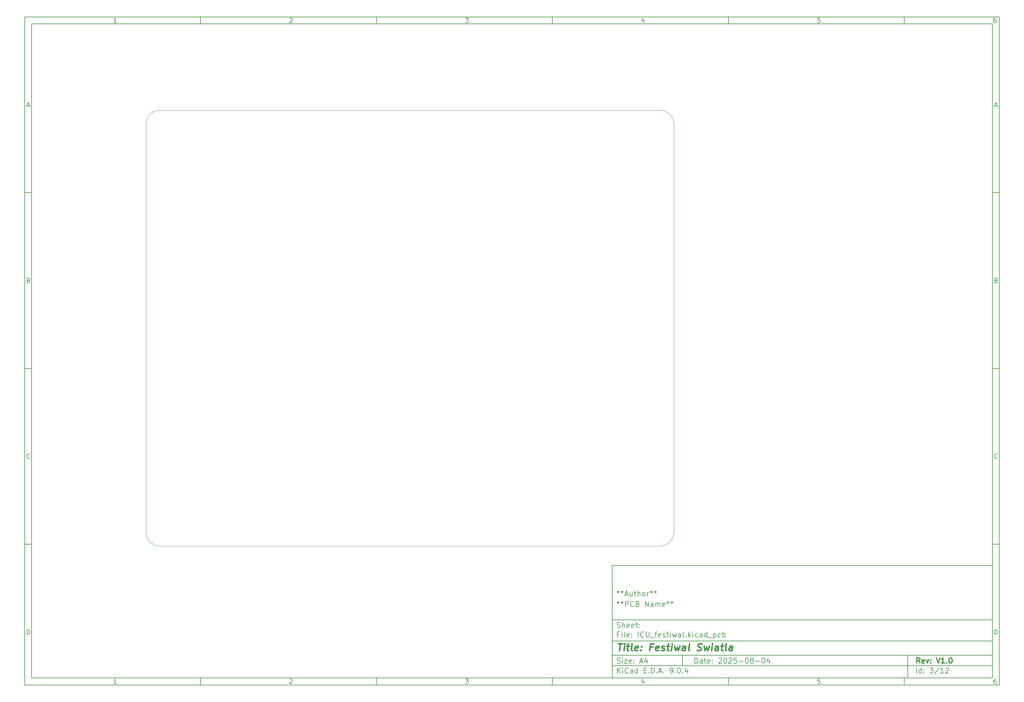
<source format=gbr>
%TF.GenerationSoftware,KiCad,Pcbnew,9.0.4*%
%TF.CreationDate,2025-08-27T10:42:59+02:00*%
%TF.ProjectId,ICU_festiwal,4943555f-6665-4737-9469-77616c2e6b69,V1.0*%
%TF.SameCoordinates,Original*%
%TF.FileFunction,Paste,Top*%
%TF.FilePolarity,Positive*%
%FSLAX46Y46*%
G04 Gerber Fmt 4.6, Leading zero omitted, Abs format (unit mm)*
G04 Created by KiCad (PCBNEW 9.0.4) date 2025-08-27 10:42:59*
%MOMM*%
%LPD*%
G01*
G04 APERTURE LIST*
%ADD10C,0.100000*%
%ADD11C,0.150000*%
%ADD12C,0.300000*%
%ADD13C,0.400000*%
%TA.AperFunction,Profile*%
%ADD14C,0.050000*%
%TD*%
G04 APERTURE END LIST*
D10*
D11*
X177002200Y-166007200D02*
X285002200Y-166007200D01*
X285002200Y-198007200D01*
X177002200Y-198007200D01*
X177002200Y-166007200D01*
D10*
D11*
X10000000Y-10000000D02*
X287002200Y-10000000D01*
X287002200Y-200007200D01*
X10000000Y-200007200D01*
X10000000Y-10000000D01*
D10*
D11*
X12000000Y-12000000D02*
X285002200Y-12000000D01*
X285002200Y-198007200D01*
X12000000Y-198007200D01*
X12000000Y-12000000D01*
D10*
D11*
X60000000Y-12000000D02*
X60000000Y-10000000D01*
D10*
D11*
X110000000Y-12000000D02*
X110000000Y-10000000D01*
D10*
D11*
X160000000Y-12000000D02*
X160000000Y-10000000D01*
D10*
D11*
X210000000Y-12000000D02*
X210000000Y-10000000D01*
D10*
D11*
X260000000Y-12000000D02*
X260000000Y-10000000D01*
D10*
D11*
X36089160Y-11593604D02*
X35346303Y-11593604D01*
X35717731Y-11593604D02*
X35717731Y-10293604D01*
X35717731Y-10293604D02*
X35593922Y-10479319D01*
X35593922Y-10479319D02*
X35470112Y-10603128D01*
X35470112Y-10603128D02*
X35346303Y-10665033D01*
D10*
D11*
X85346303Y-10417414D02*
X85408207Y-10355509D01*
X85408207Y-10355509D02*
X85532017Y-10293604D01*
X85532017Y-10293604D02*
X85841541Y-10293604D01*
X85841541Y-10293604D02*
X85965350Y-10355509D01*
X85965350Y-10355509D02*
X86027255Y-10417414D01*
X86027255Y-10417414D02*
X86089160Y-10541223D01*
X86089160Y-10541223D02*
X86089160Y-10665033D01*
X86089160Y-10665033D02*
X86027255Y-10850747D01*
X86027255Y-10850747D02*
X85284398Y-11593604D01*
X85284398Y-11593604D02*
X86089160Y-11593604D01*
D10*
D11*
X135284398Y-10293604D02*
X136089160Y-10293604D01*
X136089160Y-10293604D02*
X135655826Y-10788842D01*
X135655826Y-10788842D02*
X135841541Y-10788842D01*
X135841541Y-10788842D02*
X135965350Y-10850747D01*
X135965350Y-10850747D02*
X136027255Y-10912652D01*
X136027255Y-10912652D02*
X136089160Y-11036461D01*
X136089160Y-11036461D02*
X136089160Y-11345985D01*
X136089160Y-11345985D02*
X136027255Y-11469795D01*
X136027255Y-11469795D02*
X135965350Y-11531700D01*
X135965350Y-11531700D02*
X135841541Y-11593604D01*
X135841541Y-11593604D02*
X135470112Y-11593604D01*
X135470112Y-11593604D02*
X135346303Y-11531700D01*
X135346303Y-11531700D02*
X135284398Y-11469795D01*
D10*
D11*
X185965350Y-10726938D02*
X185965350Y-11593604D01*
X185655826Y-10231700D02*
X185346303Y-11160271D01*
X185346303Y-11160271D02*
X186151064Y-11160271D01*
D10*
D11*
X236027255Y-10293604D02*
X235408207Y-10293604D01*
X235408207Y-10293604D02*
X235346303Y-10912652D01*
X235346303Y-10912652D02*
X235408207Y-10850747D01*
X235408207Y-10850747D02*
X235532017Y-10788842D01*
X235532017Y-10788842D02*
X235841541Y-10788842D01*
X235841541Y-10788842D02*
X235965350Y-10850747D01*
X235965350Y-10850747D02*
X236027255Y-10912652D01*
X236027255Y-10912652D02*
X236089160Y-11036461D01*
X236089160Y-11036461D02*
X236089160Y-11345985D01*
X236089160Y-11345985D02*
X236027255Y-11469795D01*
X236027255Y-11469795D02*
X235965350Y-11531700D01*
X235965350Y-11531700D02*
X235841541Y-11593604D01*
X235841541Y-11593604D02*
X235532017Y-11593604D01*
X235532017Y-11593604D02*
X235408207Y-11531700D01*
X235408207Y-11531700D02*
X235346303Y-11469795D01*
D10*
D11*
X285965350Y-10293604D02*
X285717731Y-10293604D01*
X285717731Y-10293604D02*
X285593922Y-10355509D01*
X285593922Y-10355509D02*
X285532017Y-10417414D01*
X285532017Y-10417414D02*
X285408207Y-10603128D01*
X285408207Y-10603128D02*
X285346303Y-10850747D01*
X285346303Y-10850747D02*
X285346303Y-11345985D01*
X285346303Y-11345985D02*
X285408207Y-11469795D01*
X285408207Y-11469795D02*
X285470112Y-11531700D01*
X285470112Y-11531700D02*
X285593922Y-11593604D01*
X285593922Y-11593604D02*
X285841541Y-11593604D01*
X285841541Y-11593604D02*
X285965350Y-11531700D01*
X285965350Y-11531700D02*
X286027255Y-11469795D01*
X286027255Y-11469795D02*
X286089160Y-11345985D01*
X286089160Y-11345985D02*
X286089160Y-11036461D01*
X286089160Y-11036461D02*
X286027255Y-10912652D01*
X286027255Y-10912652D02*
X285965350Y-10850747D01*
X285965350Y-10850747D02*
X285841541Y-10788842D01*
X285841541Y-10788842D02*
X285593922Y-10788842D01*
X285593922Y-10788842D02*
X285470112Y-10850747D01*
X285470112Y-10850747D02*
X285408207Y-10912652D01*
X285408207Y-10912652D02*
X285346303Y-11036461D01*
D10*
D11*
X60000000Y-198007200D02*
X60000000Y-200007200D01*
D10*
D11*
X110000000Y-198007200D02*
X110000000Y-200007200D01*
D10*
D11*
X160000000Y-198007200D02*
X160000000Y-200007200D01*
D10*
D11*
X210000000Y-198007200D02*
X210000000Y-200007200D01*
D10*
D11*
X260000000Y-198007200D02*
X260000000Y-200007200D01*
D10*
D11*
X36089160Y-199600804D02*
X35346303Y-199600804D01*
X35717731Y-199600804D02*
X35717731Y-198300804D01*
X35717731Y-198300804D02*
X35593922Y-198486519D01*
X35593922Y-198486519D02*
X35470112Y-198610328D01*
X35470112Y-198610328D02*
X35346303Y-198672233D01*
D10*
D11*
X85346303Y-198424614D02*
X85408207Y-198362709D01*
X85408207Y-198362709D02*
X85532017Y-198300804D01*
X85532017Y-198300804D02*
X85841541Y-198300804D01*
X85841541Y-198300804D02*
X85965350Y-198362709D01*
X85965350Y-198362709D02*
X86027255Y-198424614D01*
X86027255Y-198424614D02*
X86089160Y-198548423D01*
X86089160Y-198548423D02*
X86089160Y-198672233D01*
X86089160Y-198672233D02*
X86027255Y-198857947D01*
X86027255Y-198857947D02*
X85284398Y-199600804D01*
X85284398Y-199600804D02*
X86089160Y-199600804D01*
D10*
D11*
X135284398Y-198300804D02*
X136089160Y-198300804D01*
X136089160Y-198300804D02*
X135655826Y-198796042D01*
X135655826Y-198796042D02*
X135841541Y-198796042D01*
X135841541Y-198796042D02*
X135965350Y-198857947D01*
X135965350Y-198857947D02*
X136027255Y-198919852D01*
X136027255Y-198919852D02*
X136089160Y-199043661D01*
X136089160Y-199043661D02*
X136089160Y-199353185D01*
X136089160Y-199353185D02*
X136027255Y-199476995D01*
X136027255Y-199476995D02*
X135965350Y-199538900D01*
X135965350Y-199538900D02*
X135841541Y-199600804D01*
X135841541Y-199600804D02*
X135470112Y-199600804D01*
X135470112Y-199600804D02*
X135346303Y-199538900D01*
X135346303Y-199538900D02*
X135284398Y-199476995D01*
D10*
D11*
X185965350Y-198734138D02*
X185965350Y-199600804D01*
X185655826Y-198238900D02*
X185346303Y-199167471D01*
X185346303Y-199167471D02*
X186151064Y-199167471D01*
D10*
D11*
X236027255Y-198300804D02*
X235408207Y-198300804D01*
X235408207Y-198300804D02*
X235346303Y-198919852D01*
X235346303Y-198919852D02*
X235408207Y-198857947D01*
X235408207Y-198857947D02*
X235532017Y-198796042D01*
X235532017Y-198796042D02*
X235841541Y-198796042D01*
X235841541Y-198796042D02*
X235965350Y-198857947D01*
X235965350Y-198857947D02*
X236027255Y-198919852D01*
X236027255Y-198919852D02*
X236089160Y-199043661D01*
X236089160Y-199043661D02*
X236089160Y-199353185D01*
X236089160Y-199353185D02*
X236027255Y-199476995D01*
X236027255Y-199476995D02*
X235965350Y-199538900D01*
X235965350Y-199538900D02*
X235841541Y-199600804D01*
X235841541Y-199600804D02*
X235532017Y-199600804D01*
X235532017Y-199600804D02*
X235408207Y-199538900D01*
X235408207Y-199538900D02*
X235346303Y-199476995D01*
D10*
D11*
X285965350Y-198300804D02*
X285717731Y-198300804D01*
X285717731Y-198300804D02*
X285593922Y-198362709D01*
X285593922Y-198362709D02*
X285532017Y-198424614D01*
X285532017Y-198424614D02*
X285408207Y-198610328D01*
X285408207Y-198610328D02*
X285346303Y-198857947D01*
X285346303Y-198857947D02*
X285346303Y-199353185D01*
X285346303Y-199353185D02*
X285408207Y-199476995D01*
X285408207Y-199476995D02*
X285470112Y-199538900D01*
X285470112Y-199538900D02*
X285593922Y-199600804D01*
X285593922Y-199600804D02*
X285841541Y-199600804D01*
X285841541Y-199600804D02*
X285965350Y-199538900D01*
X285965350Y-199538900D02*
X286027255Y-199476995D01*
X286027255Y-199476995D02*
X286089160Y-199353185D01*
X286089160Y-199353185D02*
X286089160Y-199043661D01*
X286089160Y-199043661D02*
X286027255Y-198919852D01*
X286027255Y-198919852D02*
X285965350Y-198857947D01*
X285965350Y-198857947D02*
X285841541Y-198796042D01*
X285841541Y-198796042D02*
X285593922Y-198796042D01*
X285593922Y-198796042D02*
X285470112Y-198857947D01*
X285470112Y-198857947D02*
X285408207Y-198919852D01*
X285408207Y-198919852D02*
X285346303Y-199043661D01*
D10*
D11*
X10000000Y-60000000D02*
X12000000Y-60000000D01*
D10*
D11*
X10000000Y-110000000D02*
X12000000Y-110000000D01*
D10*
D11*
X10000000Y-160000000D02*
X12000000Y-160000000D01*
D10*
D11*
X10690476Y-35222176D02*
X11309523Y-35222176D01*
X10566666Y-35593604D02*
X10999999Y-34293604D01*
X10999999Y-34293604D02*
X11433333Y-35593604D01*
D10*
D11*
X11092857Y-84912652D02*
X11278571Y-84974557D01*
X11278571Y-84974557D02*
X11340476Y-85036461D01*
X11340476Y-85036461D02*
X11402380Y-85160271D01*
X11402380Y-85160271D02*
X11402380Y-85345985D01*
X11402380Y-85345985D02*
X11340476Y-85469795D01*
X11340476Y-85469795D02*
X11278571Y-85531700D01*
X11278571Y-85531700D02*
X11154761Y-85593604D01*
X11154761Y-85593604D02*
X10659523Y-85593604D01*
X10659523Y-85593604D02*
X10659523Y-84293604D01*
X10659523Y-84293604D02*
X11092857Y-84293604D01*
X11092857Y-84293604D02*
X11216666Y-84355509D01*
X11216666Y-84355509D02*
X11278571Y-84417414D01*
X11278571Y-84417414D02*
X11340476Y-84541223D01*
X11340476Y-84541223D02*
X11340476Y-84665033D01*
X11340476Y-84665033D02*
X11278571Y-84788842D01*
X11278571Y-84788842D02*
X11216666Y-84850747D01*
X11216666Y-84850747D02*
X11092857Y-84912652D01*
X11092857Y-84912652D02*
X10659523Y-84912652D01*
D10*
D11*
X11402380Y-135469795D02*
X11340476Y-135531700D01*
X11340476Y-135531700D02*
X11154761Y-135593604D01*
X11154761Y-135593604D02*
X11030952Y-135593604D01*
X11030952Y-135593604D02*
X10845238Y-135531700D01*
X10845238Y-135531700D02*
X10721428Y-135407890D01*
X10721428Y-135407890D02*
X10659523Y-135284080D01*
X10659523Y-135284080D02*
X10597619Y-135036461D01*
X10597619Y-135036461D02*
X10597619Y-134850747D01*
X10597619Y-134850747D02*
X10659523Y-134603128D01*
X10659523Y-134603128D02*
X10721428Y-134479319D01*
X10721428Y-134479319D02*
X10845238Y-134355509D01*
X10845238Y-134355509D02*
X11030952Y-134293604D01*
X11030952Y-134293604D02*
X11154761Y-134293604D01*
X11154761Y-134293604D02*
X11340476Y-134355509D01*
X11340476Y-134355509D02*
X11402380Y-134417414D01*
D10*
D11*
X10659523Y-185593604D02*
X10659523Y-184293604D01*
X10659523Y-184293604D02*
X10969047Y-184293604D01*
X10969047Y-184293604D02*
X11154761Y-184355509D01*
X11154761Y-184355509D02*
X11278571Y-184479319D01*
X11278571Y-184479319D02*
X11340476Y-184603128D01*
X11340476Y-184603128D02*
X11402380Y-184850747D01*
X11402380Y-184850747D02*
X11402380Y-185036461D01*
X11402380Y-185036461D02*
X11340476Y-185284080D01*
X11340476Y-185284080D02*
X11278571Y-185407890D01*
X11278571Y-185407890D02*
X11154761Y-185531700D01*
X11154761Y-185531700D02*
X10969047Y-185593604D01*
X10969047Y-185593604D02*
X10659523Y-185593604D01*
D10*
D11*
X287002200Y-60000000D02*
X285002200Y-60000000D01*
D10*
D11*
X287002200Y-110000000D02*
X285002200Y-110000000D01*
D10*
D11*
X287002200Y-160000000D02*
X285002200Y-160000000D01*
D10*
D11*
X285692676Y-35222176D02*
X286311723Y-35222176D01*
X285568866Y-35593604D02*
X286002199Y-34293604D01*
X286002199Y-34293604D02*
X286435533Y-35593604D01*
D10*
D11*
X286095057Y-84912652D02*
X286280771Y-84974557D01*
X286280771Y-84974557D02*
X286342676Y-85036461D01*
X286342676Y-85036461D02*
X286404580Y-85160271D01*
X286404580Y-85160271D02*
X286404580Y-85345985D01*
X286404580Y-85345985D02*
X286342676Y-85469795D01*
X286342676Y-85469795D02*
X286280771Y-85531700D01*
X286280771Y-85531700D02*
X286156961Y-85593604D01*
X286156961Y-85593604D02*
X285661723Y-85593604D01*
X285661723Y-85593604D02*
X285661723Y-84293604D01*
X285661723Y-84293604D02*
X286095057Y-84293604D01*
X286095057Y-84293604D02*
X286218866Y-84355509D01*
X286218866Y-84355509D02*
X286280771Y-84417414D01*
X286280771Y-84417414D02*
X286342676Y-84541223D01*
X286342676Y-84541223D02*
X286342676Y-84665033D01*
X286342676Y-84665033D02*
X286280771Y-84788842D01*
X286280771Y-84788842D02*
X286218866Y-84850747D01*
X286218866Y-84850747D02*
X286095057Y-84912652D01*
X286095057Y-84912652D02*
X285661723Y-84912652D01*
D10*
D11*
X286404580Y-135469795D02*
X286342676Y-135531700D01*
X286342676Y-135531700D02*
X286156961Y-135593604D01*
X286156961Y-135593604D02*
X286033152Y-135593604D01*
X286033152Y-135593604D02*
X285847438Y-135531700D01*
X285847438Y-135531700D02*
X285723628Y-135407890D01*
X285723628Y-135407890D02*
X285661723Y-135284080D01*
X285661723Y-135284080D02*
X285599819Y-135036461D01*
X285599819Y-135036461D02*
X285599819Y-134850747D01*
X285599819Y-134850747D02*
X285661723Y-134603128D01*
X285661723Y-134603128D02*
X285723628Y-134479319D01*
X285723628Y-134479319D02*
X285847438Y-134355509D01*
X285847438Y-134355509D02*
X286033152Y-134293604D01*
X286033152Y-134293604D02*
X286156961Y-134293604D01*
X286156961Y-134293604D02*
X286342676Y-134355509D01*
X286342676Y-134355509D02*
X286404580Y-134417414D01*
D10*
D11*
X285661723Y-185593604D02*
X285661723Y-184293604D01*
X285661723Y-184293604D02*
X285971247Y-184293604D01*
X285971247Y-184293604D02*
X286156961Y-184355509D01*
X286156961Y-184355509D02*
X286280771Y-184479319D01*
X286280771Y-184479319D02*
X286342676Y-184603128D01*
X286342676Y-184603128D02*
X286404580Y-184850747D01*
X286404580Y-184850747D02*
X286404580Y-185036461D01*
X286404580Y-185036461D02*
X286342676Y-185284080D01*
X286342676Y-185284080D02*
X286280771Y-185407890D01*
X286280771Y-185407890D02*
X286156961Y-185531700D01*
X286156961Y-185531700D02*
X285971247Y-185593604D01*
X285971247Y-185593604D02*
X285661723Y-185593604D01*
D10*
D11*
X200458026Y-193793328D02*
X200458026Y-192293328D01*
X200458026Y-192293328D02*
X200815169Y-192293328D01*
X200815169Y-192293328D02*
X201029455Y-192364757D01*
X201029455Y-192364757D02*
X201172312Y-192507614D01*
X201172312Y-192507614D02*
X201243741Y-192650471D01*
X201243741Y-192650471D02*
X201315169Y-192936185D01*
X201315169Y-192936185D02*
X201315169Y-193150471D01*
X201315169Y-193150471D02*
X201243741Y-193436185D01*
X201243741Y-193436185D02*
X201172312Y-193579042D01*
X201172312Y-193579042D02*
X201029455Y-193721900D01*
X201029455Y-193721900D02*
X200815169Y-193793328D01*
X200815169Y-193793328D02*
X200458026Y-193793328D01*
X202600884Y-193793328D02*
X202600884Y-193007614D01*
X202600884Y-193007614D02*
X202529455Y-192864757D01*
X202529455Y-192864757D02*
X202386598Y-192793328D01*
X202386598Y-192793328D02*
X202100884Y-192793328D01*
X202100884Y-192793328D02*
X201958026Y-192864757D01*
X202600884Y-193721900D02*
X202458026Y-193793328D01*
X202458026Y-193793328D02*
X202100884Y-193793328D01*
X202100884Y-193793328D02*
X201958026Y-193721900D01*
X201958026Y-193721900D02*
X201886598Y-193579042D01*
X201886598Y-193579042D02*
X201886598Y-193436185D01*
X201886598Y-193436185D02*
X201958026Y-193293328D01*
X201958026Y-193293328D02*
X202100884Y-193221900D01*
X202100884Y-193221900D02*
X202458026Y-193221900D01*
X202458026Y-193221900D02*
X202600884Y-193150471D01*
X203100884Y-192793328D02*
X203672312Y-192793328D01*
X203315169Y-192293328D02*
X203315169Y-193579042D01*
X203315169Y-193579042D02*
X203386598Y-193721900D01*
X203386598Y-193721900D02*
X203529455Y-193793328D01*
X203529455Y-193793328D02*
X203672312Y-193793328D01*
X204743741Y-193721900D02*
X204600884Y-193793328D01*
X204600884Y-193793328D02*
X204315170Y-193793328D01*
X204315170Y-193793328D02*
X204172312Y-193721900D01*
X204172312Y-193721900D02*
X204100884Y-193579042D01*
X204100884Y-193579042D02*
X204100884Y-193007614D01*
X204100884Y-193007614D02*
X204172312Y-192864757D01*
X204172312Y-192864757D02*
X204315170Y-192793328D01*
X204315170Y-192793328D02*
X204600884Y-192793328D01*
X204600884Y-192793328D02*
X204743741Y-192864757D01*
X204743741Y-192864757D02*
X204815170Y-193007614D01*
X204815170Y-193007614D02*
X204815170Y-193150471D01*
X204815170Y-193150471D02*
X204100884Y-193293328D01*
X205458026Y-193650471D02*
X205529455Y-193721900D01*
X205529455Y-193721900D02*
X205458026Y-193793328D01*
X205458026Y-193793328D02*
X205386598Y-193721900D01*
X205386598Y-193721900D02*
X205458026Y-193650471D01*
X205458026Y-193650471D02*
X205458026Y-193793328D01*
X205458026Y-192864757D02*
X205529455Y-192936185D01*
X205529455Y-192936185D02*
X205458026Y-193007614D01*
X205458026Y-193007614D02*
X205386598Y-192936185D01*
X205386598Y-192936185D02*
X205458026Y-192864757D01*
X205458026Y-192864757D02*
X205458026Y-193007614D01*
X207243741Y-192436185D02*
X207315169Y-192364757D01*
X207315169Y-192364757D02*
X207458027Y-192293328D01*
X207458027Y-192293328D02*
X207815169Y-192293328D01*
X207815169Y-192293328D02*
X207958027Y-192364757D01*
X207958027Y-192364757D02*
X208029455Y-192436185D01*
X208029455Y-192436185D02*
X208100884Y-192579042D01*
X208100884Y-192579042D02*
X208100884Y-192721900D01*
X208100884Y-192721900D02*
X208029455Y-192936185D01*
X208029455Y-192936185D02*
X207172312Y-193793328D01*
X207172312Y-193793328D02*
X208100884Y-193793328D01*
X209029455Y-192293328D02*
X209172312Y-192293328D01*
X209172312Y-192293328D02*
X209315169Y-192364757D01*
X209315169Y-192364757D02*
X209386598Y-192436185D01*
X209386598Y-192436185D02*
X209458026Y-192579042D01*
X209458026Y-192579042D02*
X209529455Y-192864757D01*
X209529455Y-192864757D02*
X209529455Y-193221900D01*
X209529455Y-193221900D02*
X209458026Y-193507614D01*
X209458026Y-193507614D02*
X209386598Y-193650471D01*
X209386598Y-193650471D02*
X209315169Y-193721900D01*
X209315169Y-193721900D02*
X209172312Y-193793328D01*
X209172312Y-193793328D02*
X209029455Y-193793328D01*
X209029455Y-193793328D02*
X208886598Y-193721900D01*
X208886598Y-193721900D02*
X208815169Y-193650471D01*
X208815169Y-193650471D02*
X208743740Y-193507614D01*
X208743740Y-193507614D02*
X208672312Y-193221900D01*
X208672312Y-193221900D02*
X208672312Y-192864757D01*
X208672312Y-192864757D02*
X208743740Y-192579042D01*
X208743740Y-192579042D02*
X208815169Y-192436185D01*
X208815169Y-192436185D02*
X208886598Y-192364757D01*
X208886598Y-192364757D02*
X209029455Y-192293328D01*
X210100883Y-192436185D02*
X210172311Y-192364757D01*
X210172311Y-192364757D02*
X210315169Y-192293328D01*
X210315169Y-192293328D02*
X210672311Y-192293328D01*
X210672311Y-192293328D02*
X210815169Y-192364757D01*
X210815169Y-192364757D02*
X210886597Y-192436185D01*
X210886597Y-192436185D02*
X210958026Y-192579042D01*
X210958026Y-192579042D02*
X210958026Y-192721900D01*
X210958026Y-192721900D02*
X210886597Y-192936185D01*
X210886597Y-192936185D02*
X210029454Y-193793328D01*
X210029454Y-193793328D02*
X210958026Y-193793328D01*
X212315168Y-192293328D02*
X211600882Y-192293328D01*
X211600882Y-192293328D02*
X211529454Y-193007614D01*
X211529454Y-193007614D02*
X211600882Y-192936185D01*
X211600882Y-192936185D02*
X211743740Y-192864757D01*
X211743740Y-192864757D02*
X212100882Y-192864757D01*
X212100882Y-192864757D02*
X212243740Y-192936185D01*
X212243740Y-192936185D02*
X212315168Y-193007614D01*
X212315168Y-193007614D02*
X212386597Y-193150471D01*
X212386597Y-193150471D02*
X212386597Y-193507614D01*
X212386597Y-193507614D02*
X212315168Y-193650471D01*
X212315168Y-193650471D02*
X212243740Y-193721900D01*
X212243740Y-193721900D02*
X212100882Y-193793328D01*
X212100882Y-193793328D02*
X211743740Y-193793328D01*
X211743740Y-193793328D02*
X211600882Y-193721900D01*
X211600882Y-193721900D02*
X211529454Y-193650471D01*
X213029453Y-193221900D02*
X214172311Y-193221900D01*
X215172311Y-192293328D02*
X215315168Y-192293328D01*
X215315168Y-192293328D02*
X215458025Y-192364757D01*
X215458025Y-192364757D02*
X215529454Y-192436185D01*
X215529454Y-192436185D02*
X215600882Y-192579042D01*
X215600882Y-192579042D02*
X215672311Y-192864757D01*
X215672311Y-192864757D02*
X215672311Y-193221900D01*
X215672311Y-193221900D02*
X215600882Y-193507614D01*
X215600882Y-193507614D02*
X215529454Y-193650471D01*
X215529454Y-193650471D02*
X215458025Y-193721900D01*
X215458025Y-193721900D02*
X215315168Y-193793328D01*
X215315168Y-193793328D02*
X215172311Y-193793328D01*
X215172311Y-193793328D02*
X215029454Y-193721900D01*
X215029454Y-193721900D02*
X214958025Y-193650471D01*
X214958025Y-193650471D02*
X214886596Y-193507614D01*
X214886596Y-193507614D02*
X214815168Y-193221900D01*
X214815168Y-193221900D02*
X214815168Y-192864757D01*
X214815168Y-192864757D02*
X214886596Y-192579042D01*
X214886596Y-192579042D02*
X214958025Y-192436185D01*
X214958025Y-192436185D02*
X215029454Y-192364757D01*
X215029454Y-192364757D02*
X215172311Y-192293328D01*
X216529453Y-192936185D02*
X216386596Y-192864757D01*
X216386596Y-192864757D02*
X216315167Y-192793328D01*
X216315167Y-192793328D02*
X216243739Y-192650471D01*
X216243739Y-192650471D02*
X216243739Y-192579042D01*
X216243739Y-192579042D02*
X216315167Y-192436185D01*
X216315167Y-192436185D02*
X216386596Y-192364757D01*
X216386596Y-192364757D02*
X216529453Y-192293328D01*
X216529453Y-192293328D02*
X216815167Y-192293328D01*
X216815167Y-192293328D02*
X216958025Y-192364757D01*
X216958025Y-192364757D02*
X217029453Y-192436185D01*
X217029453Y-192436185D02*
X217100882Y-192579042D01*
X217100882Y-192579042D02*
X217100882Y-192650471D01*
X217100882Y-192650471D02*
X217029453Y-192793328D01*
X217029453Y-192793328D02*
X216958025Y-192864757D01*
X216958025Y-192864757D02*
X216815167Y-192936185D01*
X216815167Y-192936185D02*
X216529453Y-192936185D01*
X216529453Y-192936185D02*
X216386596Y-193007614D01*
X216386596Y-193007614D02*
X216315167Y-193079042D01*
X216315167Y-193079042D02*
X216243739Y-193221900D01*
X216243739Y-193221900D02*
X216243739Y-193507614D01*
X216243739Y-193507614D02*
X216315167Y-193650471D01*
X216315167Y-193650471D02*
X216386596Y-193721900D01*
X216386596Y-193721900D02*
X216529453Y-193793328D01*
X216529453Y-193793328D02*
X216815167Y-193793328D01*
X216815167Y-193793328D02*
X216958025Y-193721900D01*
X216958025Y-193721900D02*
X217029453Y-193650471D01*
X217029453Y-193650471D02*
X217100882Y-193507614D01*
X217100882Y-193507614D02*
X217100882Y-193221900D01*
X217100882Y-193221900D02*
X217029453Y-193079042D01*
X217029453Y-193079042D02*
X216958025Y-193007614D01*
X216958025Y-193007614D02*
X216815167Y-192936185D01*
X217743738Y-193221900D02*
X218886596Y-193221900D01*
X219886596Y-192293328D02*
X220029453Y-192293328D01*
X220029453Y-192293328D02*
X220172310Y-192364757D01*
X220172310Y-192364757D02*
X220243739Y-192436185D01*
X220243739Y-192436185D02*
X220315167Y-192579042D01*
X220315167Y-192579042D02*
X220386596Y-192864757D01*
X220386596Y-192864757D02*
X220386596Y-193221900D01*
X220386596Y-193221900D02*
X220315167Y-193507614D01*
X220315167Y-193507614D02*
X220243739Y-193650471D01*
X220243739Y-193650471D02*
X220172310Y-193721900D01*
X220172310Y-193721900D02*
X220029453Y-193793328D01*
X220029453Y-193793328D02*
X219886596Y-193793328D01*
X219886596Y-193793328D02*
X219743739Y-193721900D01*
X219743739Y-193721900D02*
X219672310Y-193650471D01*
X219672310Y-193650471D02*
X219600881Y-193507614D01*
X219600881Y-193507614D02*
X219529453Y-193221900D01*
X219529453Y-193221900D02*
X219529453Y-192864757D01*
X219529453Y-192864757D02*
X219600881Y-192579042D01*
X219600881Y-192579042D02*
X219672310Y-192436185D01*
X219672310Y-192436185D02*
X219743739Y-192364757D01*
X219743739Y-192364757D02*
X219886596Y-192293328D01*
X221672310Y-192793328D02*
X221672310Y-193793328D01*
X221315167Y-192221900D02*
X220958024Y-193293328D01*
X220958024Y-193293328D02*
X221886595Y-193293328D01*
D10*
D11*
X177002200Y-194507200D02*
X285002200Y-194507200D01*
D10*
D11*
X178458026Y-196593328D02*
X178458026Y-195093328D01*
X179315169Y-196593328D02*
X178672312Y-195736185D01*
X179315169Y-195093328D02*
X178458026Y-195950471D01*
X179958026Y-196593328D02*
X179958026Y-195593328D01*
X179958026Y-195093328D02*
X179886598Y-195164757D01*
X179886598Y-195164757D02*
X179958026Y-195236185D01*
X179958026Y-195236185D02*
X180029455Y-195164757D01*
X180029455Y-195164757D02*
X179958026Y-195093328D01*
X179958026Y-195093328D02*
X179958026Y-195236185D01*
X181529455Y-196450471D02*
X181458027Y-196521900D01*
X181458027Y-196521900D02*
X181243741Y-196593328D01*
X181243741Y-196593328D02*
X181100884Y-196593328D01*
X181100884Y-196593328D02*
X180886598Y-196521900D01*
X180886598Y-196521900D02*
X180743741Y-196379042D01*
X180743741Y-196379042D02*
X180672312Y-196236185D01*
X180672312Y-196236185D02*
X180600884Y-195950471D01*
X180600884Y-195950471D02*
X180600884Y-195736185D01*
X180600884Y-195736185D02*
X180672312Y-195450471D01*
X180672312Y-195450471D02*
X180743741Y-195307614D01*
X180743741Y-195307614D02*
X180886598Y-195164757D01*
X180886598Y-195164757D02*
X181100884Y-195093328D01*
X181100884Y-195093328D02*
X181243741Y-195093328D01*
X181243741Y-195093328D02*
X181458027Y-195164757D01*
X181458027Y-195164757D02*
X181529455Y-195236185D01*
X182815170Y-196593328D02*
X182815170Y-195807614D01*
X182815170Y-195807614D02*
X182743741Y-195664757D01*
X182743741Y-195664757D02*
X182600884Y-195593328D01*
X182600884Y-195593328D02*
X182315170Y-195593328D01*
X182315170Y-195593328D02*
X182172312Y-195664757D01*
X182815170Y-196521900D02*
X182672312Y-196593328D01*
X182672312Y-196593328D02*
X182315170Y-196593328D01*
X182315170Y-196593328D02*
X182172312Y-196521900D01*
X182172312Y-196521900D02*
X182100884Y-196379042D01*
X182100884Y-196379042D02*
X182100884Y-196236185D01*
X182100884Y-196236185D02*
X182172312Y-196093328D01*
X182172312Y-196093328D02*
X182315170Y-196021900D01*
X182315170Y-196021900D02*
X182672312Y-196021900D01*
X182672312Y-196021900D02*
X182815170Y-195950471D01*
X184172313Y-196593328D02*
X184172313Y-195093328D01*
X184172313Y-196521900D02*
X184029455Y-196593328D01*
X184029455Y-196593328D02*
X183743741Y-196593328D01*
X183743741Y-196593328D02*
X183600884Y-196521900D01*
X183600884Y-196521900D02*
X183529455Y-196450471D01*
X183529455Y-196450471D02*
X183458027Y-196307614D01*
X183458027Y-196307614D02*
X183458027Y-195879042D01*
X183458027Y-195879042D02*
X183529455Y-195736185D01*
X183529455Y-195736185D02*
X183600884Y-195664757D01*
X183600884Y-195664757D02*
X183743741Y-195593328D01*
X183743741Y-195593328D02*
X184029455Y-195593328D01*
X184029455Y-195593328D02*
X184172313Y-195664757D01*
X186029455Y-195807614D02*
X186529455Y-195807614D01*
X186743741Y-196593328D02*
X186029455Y-196593328D01*
X186029455Y-196593328D02*
X186029455Y-195093328D01*
X186029455Y-195093328D02*
X186743741Y-195093328D01*
X187386598Y-196450471D02*
X187458027Y-196521900D01*
X187458027Y-196521900D02*
X187386598Y-196593328D01*
X187386598Y-196593328D02*
X187315170Y-196521900D01*
X187315170Y-196521900D02*
X187386598Y-196450471D01*
X187386598Y-196450471D02*
X187386598Y-196593328D01*
X188100884Y-196593328D02*
X188100884Y-195093328D01*
X188100884Y-195093328D02*
X188458027Y-195093328D01*
X188458027Y-195093328D02*
X188672313Y-195164757D01*
X188672313Y-195164757D02*
X188815170Y-195307614D01*
X188815170Y-195307614D02*
X188886599Y-195450471D01*
X188886599Y-195450471D02*
X188958027Y-195736185D01*
X188958027Y-195736185D02*
X188958027Y-195950471D01*
X188958027Y-195950471D02*
X188886599Y-196236185D01*
X188886599Y-196236185D02*
X188815170Y-196379042D01*
X188815170Y-196379042D02*
X188672313Y-196521900D01*
X188672313Y-196521900D02*
X188458027Y-196593328D01*
X188458027Y-196593328D02*
X188100884Y-196593328D01*
X189600884Y-196450471D02*
X189672313Y-196521900D01*
X189672313Y-196521900D02*
X189600884Y-196593328D01*
X189600884Y-196593328D02*
X189529456Y-196521900D01*
X189529456Y-196521900D02*
X189600884Y-196450471D01*
X189600884Y-196450471D02*
X189600884Y-196593328D01*
X190243742Y-196164757D02*
X190958028Y-196164757D01*
X190100885Y-196593328D02*
X190600885Y-195093328D01*
X190600885Y-195093328D02*
X191100885Y-196593328D01*
X191600884Y-196450471D02*
X191672313Y-196521900D01*
X191672313Y-196521900D02*
X191600884Y-196593328D01*
X191600884Y-196593328D02*
X191529456Y-196521900D01*
X191529456Y-196521900D02*
X191600884Y-196450471D01*
X191600884Y-196450471D02*
X191600884Y-196593328D01*
X193529456Y-196593328D02*
X193815170Y-196593328D01*
X193815170Y-196593328D02*
X193958027Y-196521900D01*
X193958027Y-196521900D02*
X194029456Y-196450471D01*
X194029456Y-196450471D02*
X194172313Y-196236185D01*
X194172313Y-196236185D02*
X194243742Y-195950471D01*
X194243742Y-195950471D02*
X194243742Y-195379042D01*
X194243742Y-195379042D02*
X194172313Y-195236185D01*
X194172313Y-195236185D02*
X194100885Y-195164757D01*
X194100885Y-195164757D02*
X193958027Y-195093328D01*
X193958027Y-195093328D02*
X193672313Y-195093328D01*
X193672313Y-195093328D02*
X193529456Y-195164757D01*
X193529456Y-195164757D02*
X193458027Y-195236185D01*
X193458027Y-195236185D02*
X193386599Y-195379042D01*
X193386599Y-195379042D02*
X193386599Y-195736185D01*
X193386599Y-195736185D02*
X193458027Y-195879042D01*
X193458027Y-195879042D02*
X193529456Y-195950471D01*
X193529456Y-195950471D02*
X193672313Y-196021900D01*
X193672313Y-196021900D02*
X193958027Y-196021900D01*
X193958027Y-196021900D02*
X194100885Y-195950471D01*
X194100885Y-195950471D02*
X194172313Y-195879042D01*
X194172313Y-195879042D02*
X194243742Y-195736185D01*
X194886598Y-196450471D02*
X194958027Y-196521900D01*
X194958027Y-196521900D02*
X194886598Y-196593328D01*
X194886598Y-196593328D02*
X194815170Y-196521900D01*
X194815170Y-196521900D02*
X194886598Y-196450471D01*
X194886598Y-196450471D02*
X194886598Y-196593328D01*
X195886599Y-195093328D02*
X196029456Y-195093328D01*
X196029456Y-195093328D02*
X196172313Y-195164757D01*
X196172313Y-195164757D02*
X196243742Y-195236185D01*
X196243742Y-195236185D02*
X196315170Y-195379042D01*
X196315170Y-195379042D02*
X196386599Y-195664757D01*
X196386599Y-195664757D02*
X196386599Y-196021900D01*
X196386599Y-196021900D02*
X196315170Y-196307614D01*
X196315170Y-196307614D02*
X196243742Y-196450471D01*
X196243742Y-196450471D02*
X196172313Y-196521900D01*
X196172313Y-196521900D02*
X196029456Y-196593328D01*
X196029456Y-196593328D02*
X195886599Y-196593328D01*
X195886599Y-196593328D02*
X195743742Y-196521900D01*
X195743742Y-196521900D02*
X195672313Y-196450471D01*
X195672313Y-196450471D02*
X195600884Y-196307614D01*
X195600884Y-196307614D02*
X195529456Y-196021900D01*
X195529456Y-196021900D02*
X195529456Y-195664757D01*
X195529456Y-195664757D02*
X195600884Y-195379042D01*
X195600884Y-195379042D02*
X195672313Y-195236185D01*
X195672313Y-195236185D02*
X195743742Y-195164757D01*
X195743742Y-195164757D02*
X195886599Y-195093328D01*
X197029455Y-196450471D02*
X197100884Y-196521900D01*
X197100884Y-196521900D02*
X197029455Y-196593328D01*
X197029455Y-196593328D02*
X196958027Y-196521900D01*
X196958027Y-196521900D02*
X197029455Y-196450471D01*
X197029455Y-196450471D02*
X197029455Y-196593328D01*
X198386599Y-195593328D02*
X198386599Y-196593328D01*
X198029456Y-195021900D02*
X197672313Y-196093328D01*
X197672313Y-196093328D02*
X198600884Y-196093328D01*
D10*
D11*
X177002200Y-191507200D02*
X285002200Y-191507200D01*
D10*
D12*
X264413853Y-193785528D02*
X263913853Y-193071242D01*
X263556710Y-193785528D02*
X263556710Y-192285528D01*
X263556710Y-192285528D02*
X264128139Y-192285528D01*
X264128139Y-192285528D02*
X264270996Y-192356957D01*
X264270996Y-192356957D02*
X264342425Y-192428385D01*
X264342425Y-192428385D02*
X264413853Y-192571242D01*
X264413853Y-192571242D02*
X264413853Y-192785528D01*
X264413853Y-192785528D02*
X264342425Y-192928385D01*
X264342425Y-192928385D02*
X264270996Y-192999814D01*
X264270996Y-192999814D02*
X264128139Y-193071242D01*
X264128139Y-193071242D02*
X263556710Y-193071242D01*
X265628139Y-193714100D02*
X265485282Y-193785528D01*
X265485282Y-193785528D02*
X265199568Y-193785528D01*
X265199568Y-193785528D02*
X265056710Y-193714100D01*
X265056710Y-193714100D02*
X264985282Y-193571242D01*
X264985282Y-193571242D02*
X264985282Y-192999814D01*
X264985282Y-192999814D02*
X265056710Y-192856957D01*
X265056710Y-192856957D02*
X265199568Y-192785528D01*
X265199568Y-192785528D02*
X265485282Y-192785528D01*
X265485282Y-192785528D02*
X265628139Y-192856957D01*
X265628139Y-192856957D02*
X265699568Y-192999814D01*
X265699568Y-192999814D02*
X265699568Y-193142671D01*
X265699568Y-193142671D02*
X264985282Y-193285528D01*
X266199567Y-192785528D02*
X266556710Y-193785528D01*
X266556710Y-193785528D02*
X266913853Y-192785528D01*
X267485281Y-193642671D02*
X267556710Y-193714100D01*
X267556710Y-193714100D02*
X267485281Y-193785528D01*
X267485281Y-193785528D02*
X267413853Y-193714100D01*
X267413853Y-193714100D02*
X267485281Y-193642671D01*
X267485281Y-193642671D02*
X267485281Y-193785528D01*
X267485281Y-192856957D02*
X267556710Y-192928385D01*
X267556710Y-192928385D02*
X267485281Y-192999814D01*
X267485281Y-192999814D02*
X267413853Y-192928385D01*
X267413853Y-192928385D02*
X267485281Y-192856957D01*
X267485281Y-192856957D02*
X267485281Y-192999814D01*
X269128139Y-192285528D02*
X269628139Y-193785528D01*
X269628139Y-193785528D02*
X270128139Y-192285528D01*
X271413853Y-193785528D02*
X270556710Y-193785528D01*
X270985281Y-193785528D02*
X270985281Y-192285528D01*
X270985281Y-192285528D02*
X270842424Y-192499814D01*
X270842424Y-192499814D02*
X270699567Y-192642671D01*
X270699567Y-192642671D02*
X270556710Y-192714100D01*
X272056709Y-193642671D02*
X272128138Y-193714100D01*
X272128138Y-193714100D02*
X272056709Y-193785528D01*
X272056709Y-193785528D02*
X271985281Y-193714100D01*
X271985281Y-193714100D02*
X272056709Y-193642671D01*
X272056709Y-193642671D02*
X272056709Y-193785528D01*
X273056710Y-192285528D02*
X273199567Y-192285528D01*
X273199567Y-192285528D02*
X273342424Y-192356957D01*
X273342424Y-192356957D02*
X273413853Y-192428385D01*
X273413853Y-192428385D02*
X273485281Y-192571242D01*
X273485281Y-192571242D02*
X273556710Y-192856957D01*
X273556710Y-192856957D02*
X273556710Y-193214100D01*
X273556710Y-193214100D02*
X273485281Y-193499814D01*
X273485281Y-193499814D02*
X273413853Y-193642671D01*
X273413853Y-193642671D02*
X273342424Y-193714100D01*
X273342424Y-193714100D02*
X273199567Y-193785528D01*
X273199567Y-193785528D02*
X273056710Y-193785528D01*
X273056710Y-193785528D02*
X272913853Y-193714100D01*
X272913853Y-193714100D02*
X272842424Y-193642671D01*
X272842424Y-193642671D02*
X272770995Y-193499814D01*
X272770995Y-193499814D02*
X272699567Y-193214100D01*
X272699567Y-193214100D02*
X272699567Y-192856957D01*
X272699567Y-192856957D02*
X272770995Y-192571242D01*
X272770995Y-192571242D02*
X272842424Y-192428385D01*
X272842424Y-192428385D02*
X272913853Y-192356957D01*
X272913853Y-192356957D02*
X273056710Y-192285528D01*
D10*
D11*
X178386598Y-193721900D02*
X178600884Y-193793328D01*
X178600884Y-193793328D02*
X178958026Y-193793328D01*
X178958026Y-193793328D02*
X179100884Y-193721900D01*
X179100884Y-193721900D02*
X179172312Y-193650471D01*
X179172312Y-193650471D02*
X179243741Y-193507614D01*
X179243741Y-193507614D02*
X179243741Y-193364757D01*
X179243741Y-193364757D02*
X179172312Y-193221900D01*
X179172312Y-193221900D02*
X179100884Y-193150471D01*
X179100884Y-193150471D02*
X178958026Y-193079042D01*
X178958026Y-193079042D02*
X178672312Y-193007614D01*
X178672312Y-193007614D02*
X178529455Y-192936185D01*
X178529455Y-192936185D02*
X178458026Y-192864757D01*
X178458026Y-192864757D02*
X178386598Y-192721900D01*
X178386598Y-192721900D02*
X178386598Y-192579042D01*
X178386598Y-192579042D02*
X178458026Y-192436185D01*
X178458026Y-192436185D02*
X178529455Y-192364757D01*
X178529455Y-192364757D02*
X178672312Y-192293328D01*
X178672312Y-192293328D02*
X179029455Y-192293328D01*
X179029455Y-192293328D02*
X179243741Y-192364757D01*
X179886597Y-193793328D02*
X179886597Y-192793328D01*
X179886597Y-192293328D02*
X179815169Y-192364757D01*
X179815169Y-192364757D02*
X179886597Y-192436185D01*
X179886597Y-192436185D02*
X179958026Y-192364757D01*
X179958026Y-192364757D02*
X179886597Y-192293328D01*
X179886597Y-192293328D02*
X179886597Y-192436185D01*
X180458026Y-192793328D02*
X181243741Y-192793328D01*
X181243741Y-192793328D02*
X180458026Y-193793328D01*
X180458026Y-193793328D02*
X181243741Y-193793328D01*
X182386598Y-193721900D02*
X182243741Y-193793328D01*
X182243741Y-193793328D02*
X181958027Y-193793328D01*
X181958027Y-193793328D02*
X181815169Y-193721900D01*
X181815169Y-193721900D02*
X181743741Y-193579042D01*
X181743741Y-193579042D02*
X181743741Y-193007614D01*
X181743741Y-193007614D02*
X181815169Y-192864757D01*
X181815169Y-192864757D02*
X181958027Y-192793328D01*
X181958027Y-192793328D02*
X182243741Y-192793328D01*
X182243741Y-192793328D02*
X182386598Y-192864757D01*
X182386598Y-192864757D02*
X182458027Y-193007614D01*
X182458027Y-193007614D02*
X182458027Y-193150471D01*
X182458027Y-193150471D02*
X181743741Y-193293328D01*
X183100883Y-193650471D02*
X183172312Y-193721900D01*
X183172312Y-193721900D02*
X183100883Y-193793328D01*
X183100883Y-193793328D02*
X183029455Y-193721900D01*
X183029455Y-193721900D02*
X183100883Y-193650471D01*
X183100883Y-193650471D02*
X183100883Y-193793328D01*
X183100883Y-192864757D02*
X183172312Y-192936185D01*
X183172312Y-192936185D02*
X183100883Y-193007614D01*
X183100883Y-193007614D02*
X183029455Y-192936185D01*
X183029455Y-192936185D02*
X183100883Y-192864757D01*
X183100883Y-192864757D02*
X183100883Y-193007614D01*
X184886598Y-193364757D02*
X185600884Y-193364757D01*
X184743741Y-193793328D02*
X185243741Y-192293328D01*
X185243741Y-192293328D02*
X185743741Y-193793328D01*
X186886598Y-192793328D02*
X186886598Y-193793328D01*
X186529455Y-192221900D02*
X186172312Y-193293328D01*
X186172312Y-193293328D02*
X187100883Y-193293328D01*
D10*
D11*
X263458026Y-196593328D02*
X263458026Y-195093328D01*
X264815170Y-196593328D02*
X264815170Y-195093328D01*
X264815170Y-196521900D02*
X264672312Y-196593328D01*
X264672312Y-196593328D02*
X264386598Y-196593328D01*
X264386598Y-196593328D02*
X264243741Y-196521900D01*
X264243741Y-196521900D02*
X264172312Y-196450471D01*
X264172312Y-196450471D02*
X264100884Y-196307614D01*
X264100884Y-196307614D02*
X264100884Y-195879042D01*
X264100884Y-195879042D02*
X264172312Y-195736185D01*
X264172312Y-195736185D02*
X264243741Y-195664757D01*
X264243741Y-195664757D02*
X264386598Y-195593328D01*
X264386598Y-195593328D02*
X264672312Y-195593328D01*
X264672312Y-195593328D02*
X264815170Y-195664757D01*
X265529455Y-196450471D02*
X265600884Y-196521900D01*
X265600884Y-196521900D02*
X265529455Y-196593328D01*
X265529455Y-196593328D02*
X265458027Y-196521900D01*
X265458027Y-196521900D02*
X265529455Y-196450471D01*
X265529455Y-196450471D02*
X265529455Y-196593328D01*
X265529455Y-195664757D02*
X265600884Y-195736185D01*
X265600884Y-195736185D02*
X265529455Y-195807614D01*
X265529455Y-195807614D02*
X265458027Y-195736185D01*
X265458027Y-195736185D02*
X265529455Y-195664757D01*
X265529455Y-195664757D02*
X265529455Y-195807614D01*
X267243741Y-195093328D02*
X268172313Y-195093328D01*
X268172313Y-195093328D02*
X267672313Y-195664757D01*
X267672313Y-195664757D02*
X267886598Y-195664757D01*
X267886598Y-195664757D02*
X268029456Y-195736185D01*
X268029456Y-195736185D02*
X268100884Y-195807614D01*
X268100884Y-195807614D02*
X268172313Y-195950471D01*
X268172313Y-195950471D02*
X268172313Y-196307614D01*
X268172313Y-196307614D02*
X268100884Y-196450471D01*
X268100884Y-196450471D02*
X268029456Y-196521900D01*
X268029456Y-196521900D02*
X267886598Y-196593328D01*
X267886598Y-196593328D02*
X267458027Y-196593328D01*
X267458027Y-196593328D02*
X267315170Y-196521900D01*
X267315170Y-196521900D02*
X267243741Y-196450471D01*
X269886598Y-195021900D02*
X268600884Y-196950471D01*
X271172313Y-196593328D02*
X270315170Y-196593328D01*
X270743741Y-196593328D02*
X270743741Y-195093328D01*
X270743741Y-195093328D02*
X270600884Y-195307614D01*
X270600884Y-195307614D02*
X270458027Y-195450471D01*
X270458027Y-195450471D02*
X270315170Y-195521900D01*
X271743741Y-195236185D02*
X271815169Y-195164757D01*
X271815169Y-195164757D02*
X271958027Y-195093328D01*
X271958027Y-195093328D02*
X272315169Y-195093328D01*
X272315169Y-195093328D02*
X272458027Y-195164757D01*
X272458027Y-195164757D02*
X272529455Y-195236185D01*
X272529455Y-195236185D02*
X272600884Y-195379042D01*
X272600884Y-195379042D02*
X272600884Y-195521900D01*
X272600884Y-195521900D02*
X272529455Y-195736185D01*
X272529455Y-195736185D02*
X271672312Y-196593328D01*
X271672312Y-196593328D02*
X272600884Y-196593328D01*
D10*
D11*
X177002200Y-187507200D02*
X285002200Y-187507200D01*
D10*
D13*
X178693928Y-188211638D02*
X179836785Y-188211638D01*
X179015357Y-190211638D02*
X179265357Y-188211638D01*
X180253452Y-190211638D02*
X180420119Y-188878304D01*
X180503452Y-188211638D02*
X180396309Y-188306876D01*
X180396309Y-188306876D02*
X180479643Y-188402114D01*
X180479643Y-188402114D02*
X180586786Y-188306876D01*
X180586786Y-188306876D02*
X180503452Y-188211638D01*
X180503452Y-188211638D02*
X180479643Y-188402114D01*
X181086786Y-188878304D02*
X181848690Y-188878304D01*
X181455833Y-188211638D02*
X181241548Y-189925923D01*
X181241548Y-189925923D02*
X181312976Y-190116400D01*
X181312976Y-190116400D02*
X181491548Y-190211638D01*
X181491548Y-190211638D02*
X181682024Y-190211638D01*
X182634405Y-190211638D02*
X182455833Y-190116400D01*
X182455833Y-190116400D02*
X182384405Y-189925923D01*
X182384405Y-189925923D02*
X182598690Y-188211638D01*
X184170119Y-190116400D02*
X183967738Y-190211638D01*
X183967738Y-190211638D02*
X183586785Y-190211638D01*
X183586785Y-190211638D02*
X183408214Y-190116400D01*
X183408214Y-190116400D02*
X183336785Y-189925923D01*
X183336785Y-189925923D02*
X183432024Y-189164019D01*
X183432024Y-189164019D02*
X183551071Y-188973542D01*
X183551071Y-188973542D02*
X183753452Y-188878304D01*
X183753452Y-188878304D02*
X184134404Y-188878304D01*
X184134404Y-188878304D02*
X184312976Y-188973542D01*
X184312976Y-188973542D02*
X184384404Y-189164019D01*
X184384404Y-189164019D02*
X184360595Y-189354495D01*
X184360595Y-189354495D02*
X183384404Y-189544971D01*
X185134405Y-190021161D02*
X185217738Y-190116400D01*
X185217738Y-190116400D02*
X185110595Y-190211638D01*
X185110595Y-190211638D02*
X185027262Y-190116400D01*
X185027262Y-190116400D02*
X185134405Y-190021161D01*
X185134405Y-190021161D02*
X185110595Y-190211638D01*
X185265357Y-188973542D02*
X185348690Y-189068780D01*
X185348690Y-189068780D02*
X185241548Y-189164019D01*
X185241548Y-189164019D02*
X185158214Y-189068780D01*
X185158214Y-189068780D02*
X185265357Y-188973542D01*
X185265357Y-188973542D02*
X185241548Y-189164019D01*
X188384405Y-189164019D02*
X187717739Y-189164019D01*
X187586786Y-190211638D02*
X187836786Y-188211638D01*
X187836786Y-188211638D02*
X188789167Y-188211638D01*
X190074882Y-190116400D02*
X189872501Y-190211638D01*
X189872501Y-190211638D02*
X189491548Y-190211638D01*
X189491548Y-190211638D02*
X189312977Y-190116400D01*
X189312977Y-190116400D02*
X189241548Y-189925923D01*
X189241548Y-189925923D02*
X189336787Y-189164019D01*
X189336787Y-189164019D02*
X189455834Y-188973542D01*
X189455834Y-188973542D02*
X189658215Y-188878304D01*
X189658215Y-188878304D02*
X190039167Y-188878304D01*
X190039167Y-188878304D02*
X190217739Y-188973542D01*
X190217739Y-188973542D02*
X190289167Y-189164019D01*
X190289167Y-189164019D02*
X190265358Y-189354495D01*
X190265358Y-189354495D02*
X189289167Y-189544971D01*
X190932025Y-190116400D02*
X191110596Y-190211638D01*
X191110596Y-190211638D02*
X191491549Y-190211638D01*
X191491549Y-190211638D02*
X191693930Y-190116400D01*
X191693930Y-190116400D02*
X191812977Y-189925923D01*
X191812977Y-189925923D02*
X191824882Y-189830685D01*
X191824882Y-189830685D02*
X191753453Y-189640209D01*
X191753453Y-189640209D02*
X191574882Y-189544971D01*
X191574882Y-189544971D02*
X191289168Y-189544971D01*
X191289168Y-189544971D02*
X191110596Y-189449733D01*
X191110596Y-189449733D02*
X191039168Y-189259257D01*
X191039168Y-189259257D02*
X191051073Y-189164019D01*
X191051073Y-189164019D02*
X191170120Y-188973542D01*
X191170120Y-188973542D02*
X191372501Y-188878304D01*
X191372501Y-188878304D02*
X191658215Y-188878304D01*
X191658215Y-188878304D02*
X191836787Y-188973542D01*
X192515359Y-188878304D02*
X193277263Y-188878304D01*
X192884406Y-188211638D02*
X192670121Y-189925923D01*
X192670121Y-189925923D02*
X192741549Y-190116400D01*
X192741549Y-190116400D02*
X192920121Y-190211638D01*
X192920121Y-190211638D02*
X193110597Y-190211638D01*
X193777263Y-190211638D02*
X193943930Y-188878304D01*
X194027263Y-188211638D02*
X193920120Y-188306876D01*
X193920120Y-188306876D02*
X194003454Y-188402114D01*
X194003454Y-188402114D02*
X194110597Y-188306876D01*
X194110597Y-188306876D02*
X194027263Y-188211638D01*
X194027263Y-188211638D02*
X194003454Y-188402114D01*
X194705835Y-188878304D02*
X194920120Y-190211638D01*
X194920120Y-190211638D02*
X195420120Y-189259257D01*
X195420120Y-189259257D02*
X195682025Y-190211638D01*
X195682025Y-190211638D02*
X196229644Y-188878304D01*
X197682025Y-190211638D02*
X197812977Y-189164019D01*
X197812977Y-189164019D02*
X197741549Y-188973542D01*
X197741549Y-188973542D02*
X197562977Y-188878304D01*
X197562977Y-188878304D02*
X197182025Y-188878304D01*
X197182025Y-188878304D02*
X196979644Y-188973542D01*
X197693930Y-190116400D02*
X197491549Y-190211638D01*
X197491549Y-190211638D02*
X197015358Y-190211638D01*
X197015358Y-190211638D02*
X196836787Y-190116400D01*
X196836787Y-190116400D02*
X196765358Y-189925923D01*
X196765358Y-189925923D02*
X196789168Y-189735447D01*
X196789168Y-189735447D02*
X196908216Y-189544971D01*
X196908216Y-189544971D02*
X197110597Y-189449733D01*
X197110597Y-189449733D02*
X197586787Y-189449733D01*
X197586787Y-189449733D02*
X197789168Y-189354495D01*
X198920121Y-190211638D02*
X198741549Y-190116400D01*
X198741549Y-190116400D02*
X198670121Y-189925923D01*
X198670121Y-189925923D02*
X198884406Y-188211638D01*
X201122502Y-190116400D02*
X201396311Y-190211638D01*
X201396311Y-190211638D02*
X201872502Y-190211638D01*
X201872502Y-190211638D02*
X202074883Y-190116400D01*
X202074883Y-190116400D02*
X202182026Y-190021161D01*
X202182026Y-190021161D02*
X202301073Y-189830685D01*
X202301073Y-189830685D02*
X202324883Y-189640209D01*
X202324883Y-189640209D02*
X202253454Y-189449733D01*
X202253454Y-189449733D02*
X202170121Y-189354495D01*
X202170121Y-189354495D02*
X201991550Y-189259257D01*
X201991550Y-189259257D02*
X201622502Y-189164019D01*
X201622502Y-189164019D02*
X201443930Y-189068780D01*
X201443930Y-189068780D02*
X201360597Y-188973542D01*
X201360597Y-188973542D02*
X201289169Y-188783066D01*
X201289169Y-188783066D02*
X201312978Y-188592590D01*
X201312978Y-188592590D02*
X201432026Y-188402114D01*
X201432026Y-188402114D02*
X201539169Y-188306876D01*
X201539169Y-188306876D02*
X201741550Y-188211638D01*
X201741550Y-188211638D02*
X202217740Y-188211638D01*
X202217740Y-188211638D02*
X202491550Y-188306876D01*
X203086788Y-188878304D02*
X203301073Y-190211638D01*
X203301073Y-190211638D02*
X203801073Y-189259257D01*
X203801073Y-189259257D02*
X204062978Y-190211638D01*
X204062978Y-190211638D02*
X204610597Y-188878304D01*
X205205835Y-190211638D02*
X205372502Y-188878304D01*
X205455835Y-188211638D02*
X205348692Y-188306876D01*
X205348692Y-188306876D02*
X205432026Y-188402114D01*
X205432026Y-188402114D02*
X205539169Y-188306876D01*
X205539169Y-188306876D02*
X205455835Y-188211638D01*
X205455835Y-188211638D02*
X205432026Y-188402114D01*
X207015359Y-190211638D02*
X207146311Y-189164019D01*
X207146311Y-189164019D02*
X207074883Y-188973542D01*
X207074883Y-188973542D02*
X206896311Y-188878304D01*
X206896311Y-188878304D02*
X206515359Y-188878304D01*
X206515359Y-188878304D02*
X206312978Y-188973542D01*
X207027264Y-190116400D02*
X206824883Y-190211638D01*
X206824883Y-190211638D02*
X206348692Y-190211638D01*
X206348692Y-190211638D02*
X206170121Y-190116400D01*
X206170121Y-190116400D02*
X206098692Y-189925923D01*
X206098692Y-189925923D02*
X206122502Y-189735447D01*
X206122502Y-189735447D02*
X206241550Y-189544971D01*
X206241550Y-189544971D02*
X206443931Y-189449733D01*
X206443931Y-189449733D02*
X206920121Y-189449733D01*
X206920121Y-189449733D02*
X207122502Y-189354495D01*
X207848693Y-188878304D02*
X208610597Y-188878304D01*
X208217740Y-188211638D02*
X208003455Y-189925923D01*
X208003455Y-189925923D02*
X208074883Y-190116400D01*
X208074883Y-190116400D02*
X208253455Y-190211638D01*
X208253455Y-190211638D02*
X208443931Y-190211638D01*
X209396312Y-190211638D02*
X209217740Y-190116400D01*
X209217740Y-190116400D02*
X209146312Y-189925923D01*
X209146312Y-189925923D02*
X209360597Y-188211638D01*
X211015359Y-190211638D02*
X211146311Y-189164019D01*
X211146311Y-189164019D02*
X211074883Y-188973542D01*
X211074883Y-188973542D02*
X210896311Y-188878304D01*
X210896311Y-188878304D02*
X210515359Y-188878304D01*
X210515359Y-188878304D02*
X210312978Y-188973542D01*
X211027264Y-190116400D02*
X210824883Y-190211638D01*
X210824883Y-190211638D02*
X210348692Y-190211638D01*
X210348692Y-190211638D02*
X210170121Y-190116400D01*
X210170121Y-190116400D02*
X210098692Y-189925923D01*
X210098692Y-189925923D02*
X210122502Y-189735447D01*
X210122502Y-189735447D02*
X210241550Y-189544971D01*
X210241550Y-189544971D02*
X210443931Y-189449733D01*
X210443931Y-189449733D02*
X210920121Y-189449733D01*
X210920121Y-189449733D02*
X211122502Y-189354495D01*
D10*
D11*
X178958026Y-185607614D02*
X178458026Y-185607614D01*
X178458026Y-186393328D02*
X178458026Y-184893328D01*
X178458026Y-184893328D02*
X179172312Y-184893328D01*
X179743740Y-186393328D02*
X179743740Y-185393328D01*
X179743740Y-184893328D02*
X179672312Y-184964757D01*
X179672312Y-184964757D02*
X179743740Y-185036185D01*
X179743740Y-185036185D02*
X179815169Y-184964757D01*
X179815169Y-184964757D02*
X179743740Y-184893328D01*
X179743740Y-184893328D02*
X179743740Y-185036185D01*
X180672312Y-186393328D02*
X180529455Y-186321900D01*
X180529455Y-186321900D02*
X180458026Y-186179042D01*
X180458026Y-186179042D02*
X180458026Y-184893328D01*
X181815169Y-186321900D02*
X181672312Y-186393328D01*
X181672312Y-186393328D02*
X181386598Y-186393328D01*
X181386598Y-186393328D02*
X181243740Y-186321900D01*
X181243740Y-186321900D02*
X181172312Y-186179042D01*
X181172312Y-186179042D02*
X181172312Y-185607614D01*
X181172312Y-185607614D02*
X181243740Y-185464757D01*
X181243740Y-185464757D02*
X181386598Y-185393328D01*
X181386598Y-185393328D02*
X181672312Y-185393328D01*
X181672312Y-185393328D02*
X181815169Y-185464757D01*
X181815169Y-185464757D02*
X181886598Y-185607614D01*
X181886598Y-185607614D02*
X181886598Y-185750471D01*
X181886598Y-185750471D02*
X181172312Y-185893328D01*
X182529454Y-186250471D02*
X182600883Y-186321900D01*
X182600883Y-186321900D02*
X182529454Y-186393328D01*
X182529454Y-186393328D02*
X182458026Y-186321900D01*
X182458026Y-186321900D02*
X182529454Y-186250471D01*
X182529454Y-186250471D02*
X182529454Y-186393328D01*
X182529454Y-185464757D02*
X182600883Y-185536185D01*
X182600883Y-185536185D02*
X182529454Y-185607614D01*
X182529454Y-185607614D02*
X182458026Y-185536185D01*
X182458026Y-185536185D02*
X182529454Y-185464757D01*
X182529454Y-185464757D02*
X182529454Y-185607614D01*
X184386597Y-186393328D02*
X184386597Y-184893328D01*
X185958026Y-186250471D02*
X185886598Y-186321900D01*
X185886598Y-186321900D02*
X185672312Y-186393328D01*
X185672312Y-186393328D02*
X185529455Y-186393328D01*
X185529455Y-186393328D02*
X185315169Y-186321900D01*
X185315169Y-186321900D02*
X185172312Y-186179042D01*
X185172312Y-186179042D02*
X185100883Y-186036185D01*
X185100883Y-186036185D02*
X185029455Y-185750471D01*
X185029455Y-185750471D02*
X185029455Y-185536185D01*
X185029455Y-185536185D02*
X185100883Y-185250471D01*
X185100883Y-185250471D02*
X185172312Y-185107614D01*
X185172312Y-185107614D02*
X185315169Y-184964757D01*
X185315169Y-184964757D02*
X185529455Y-184893328D01*
X185529455Y-184893328D02*
X185672312Y-184893328D01*
X185672312Y-184893328D02*
X185886598Y-184964757D01*
X185886598Y-184964757D02*
X185958026Y-185036185D01*
X186600883Y-184893328D02*
X186600883Y-186107614D01*
X186600883Y-186107614D02*
X186672312Y-186250471D01*
X186672312Y-186250471D02*
X186743741Y-186321900D01*
X186743741Y-186321900D02*
X186886598Y-186393328D01*
X186886598Y-186393328D02*
X187172312Y-186393328D01*
X187172312Y-186393328D02*
X187315169Y-186321900D01*
X187315169Y-186321900D02*
X187386598Y-186250471D01*
X187386598Y-186250471D02*
X187458026Y-186107614D01*
X187458026Y-186107614D02*
X187458026Y-184893328D01*
X187815170Y-186536185D02*
X188958027Y-186536185D01*
X189100884Y-185393328D02*
X189672312Y-185393328D01*
X189315169Y-186393328D02*
X189315169Y-185107614D01*
X189315169Y-185107614D02*
X189386598Y-184964757D01*
X189386598Y-184964757D02*
X189529455Y-184893328D01*
X189529455Y-184893328D02*
X189672312Y-184893328D01*
X190743741Y-186321900D02*
X190600884Y-186393328D01*
X190600884Y-186393328D02*
X190315170Y-186393328D01*
X190315170Y-186393328D02*
X190172312Y-186321900D01*
X190172312Y-186321900D02*
X190100884Y-186179042D01*
X190100884Y-186179042D02*
X190100884Y-185607614D01*
X190100884Y-185607614D02*
X190172312Y-185464757D01*
X190172312Y-185464757D02*
X190315170Y-185393328D01*
X190315170Y-185393328D02*
X190600884Y-185393328D01*
X190600884Y-185393328D02*
X190743741Y-185464757D01*
X190743741Y-185464757D02*
X190815170Y-185607614D01*
X190815170Y-185607614D02*
X190815170Y-185750471D01*
X190815170Y-185750471D02*
X190100884Y-185893328D01*
X191386598Y-186321900D02*
X191529455Y-186393328D01*
X191529455Y-186393328D02*
X191815169Y-186393328D01*
X191815169Y-186393328D02*
X191958026Y-186321900D01*
X191958026Y-186321900D02*
X192029455Y-186179042D01*
X192029455Y-186179042D02*
X192029455Y-186107614D01*
X192029455Y-186107614D02*
X191958026Y-185964757D01*
X191958026Y-185964757D02*
X191815169Y-185893328D01*
X191815169Y-185893328D02*
X191600884Y-185893328D01*
X191600884Y-185893328D02*
X191458026Y-185821900D01*
X191458026Y-185821900D02*
X191386598Y-185679042D01*
X191386598Y-185679042D02*
X191386598Y-185607614D01*
X191386598Y-185607614D02*
X191458026Y-185464757D01*
X191458026Y-185464757D02*
X191600884Y-185393328D01*
X191600884Y-185393328D02*
X191815169Y-185393328D01*
X191815169Y-185393328D02*
X191958026Y-185464757D01*
X192458027Y-185393328D02*
X193029455Y-185393328D01*
X192672312Y-184893328D02*
X192672312Y-186179042D01*
X192672312Y-186179042D02*
X192743741Y-186321900D01*
X192743741Y-186321900D02*
X192886598Y-186393328D01*
X192886598Y-186393328D02*
X193029455Y-186393328D01*
X193529455Y-186393328D02*
X193529455Y-185393328D01*
X193529455Y-184893328D02*
X193458027Y-184964757D01*
X193458027Y-184964757D02*
X193529455Y-185036185D01*
X193529455Y-185036185D02*
X193600884Y-184964757D01*
X193600884Y-184964757D02*
X193529455Y-184893328D01*
X193529455Y-184893328D02*
X193529455Y-185036185D01*
X194100884Y-185393328D02*
X194386599Y-186393328D01*
X194386599Y-186393328D02*
X194672313Y-185679042D01*
X194672313Y-185679042D02*
X194958027Y-186393328D01*
X194958027Y-186393328D02*
X195243741Y-185393328D01*
X196458028Y-186393328D02*
X196458028Y-185607614D01*
X196458028Y-185607614D02*
X196386599Y-185464757D01*
X196386599Y-185464757D02*
X196243742Y-185393328D01*
X196243742Y-185393328D02*
X195958028Y-185393328D01*
X195958028Y-185393328D02*
X195815170Y-185464757D01*
X196458028Y-186321900D02*
X196315170Y-186393328D01*
X196315170Y-186393328D02*
X195958028Y-186393328D01*
X195958028Y-186393328D02*
X195815170Y-186321900D01*
X195815170Y-186321900D02*
X195743742Y-186179042D01*
X195743742Y-186179042D02*
X195743742Y-186036185D01*
X195743742Y-186036185D02*
X195815170Y-185893328D01*
X195815170Y-185893328D02*
X195958028Y-185821900D01*
X195958028Y-185821900D02*
X196315170Y-185821900D01*
X196315170Y-185821900D02*
X196458028Y-185750471D01*
X197386599Y-186393328D02*
X197243742Y-186321900D01*
X197243742Y-186321900D02*
X197172313Y-186179042D01*
X197172313Y-186179042D02*
X197172313Y-184893328D01*
X197958027Y-186250471D02*
X198029456Y-186321900D01*
X198029456Y-186321900D02*
X197958027Y-186393328D01*
X197958027Y-186393328D02*
X197886599Y-186321900D01*
X197886599Y-186321900D02*
X197958027Y-186250471D01*
X197958027Y-186250471D02*
X197958027Y-186393328D01*
X198672313Y-186393328D02*
X198672313Y-184893328D01*
X198815171Y-185821900D02*
X199243742Y-186393328D01*
X199243742Y-185393328D02*
X198672313Y-185964757D01*
X199886599Y-186393328D02*
X199886599Y-185393328D01*
X199886599Y-184893328D02*
X199815171Y-184964757D01*
X199815171Y-184964757D02*
X199886599Y-185036185D01*
X199886599Y-185036185D02*
X199958028Y-184964757D01*
X199958028Y-184964757D02*
X199886599Y-184893328D01*
X199886599Y-184893328D02*
X199886599Y-185036185D01*
X201243743Y-186321900D02*
X201100885Y-186393328D01*
X201100885Y-186393328D02*
X200815171Y-186393328D01*
X200815171Y-186393328D02*
X200672314Y-186321900D01*
X200672314Y-186321900D02*
X200600885Y-186250471D01*
X200600885Y-186250471D02*
X200529457Y-186107614D01*
X200529457Y-186107614D02*
X200529457Y-185679042D01*
X200529457Y-185679042D02*
X200600885Y-185536185D01*
X200600885Y-185536185D02*
X200672314Y-185464757D01*
X200672314Y-185464757D02*
X200815171Y-185393328D01*
X200815171Y-185393328D02*
X201100885Y-185393328D01*
X201100885Y-185393328D02*
X201243743Y-185464757D01*
X202529457Y-186393328D02*
X202529457Y-185607614D01*
X202529457Y-185607614D02*
X202458028Y-185464757D01*
X202458028Y-185464757D02*
X202315171Y-185393328D01*
X202315171Y-185393328D02*
X202029457Y-185393328D01*
X202029457Y-185393328D02*
X201886599Y-185464757D01*
X202529457Y-186321900D02*
X202386599Y-186393328D01*
X202386599Y-186393328D02*
X202029457Y-186393328D01*
X202029457Y-186393328D02*
X201886599Y-186321900D01*
X201886599Y-186321900D02*
X201815171Y-186179042D01*
X201815171Y-186179042D02*
X201815171Y-186036185D01*
X201815171Y-186036185D02*
X201886599Y-185893328D01*
X201886599Y-185893328D02*
X202029457Y-185821900D01*
X202029457Y-185821900D02*
X202386599Y-185821900D01*
X202386599Y-185821900D02*
X202529457Y-185750471D01*
X203886600Y-186393328D02*
X203886600Y-184893328D01*
X203886600Y-186321900D02*
X203743742Y-186393328D01*
X203743742Y-186393328D02*
X203458028Y-186393328D01*
X203458028Y-186393328D02*
X203315171Y-186321900D01*
X203315171Y-186321900D02*
X203243742Y-186250471D01*
X203243742Y-186250471D02*
X203172314Y-186107614D01*
X203172314Y-186107614D02*
X203172314Y-185679042D01*
X203172314Y-185679042D02*
X203243742Y-185536185D01*
X203243742Y-185536185D02*
X203315171Y-185464757D01*
X203315171Y-185464757D02*
X203458028Y-185393328D01*
X203458028Y-185393328D02*
X203743742Y-185393328D01*
X203743742Y-185393328D02*
X203886600Y-185464757D01*
X204243743Y-186536185D02*
X205386600Y-186536185D01*
X205743742Y-185393328D02*
X205743742Y-186893328D01*
X205743742Y-185464757D02*
X205886600Y-185393328D01*
X205886600Y-185393328D02*
X206172314Y-185393328D01*
X206172314Y-185393328D02*
X206315171Y-185464757D01*
X206315171Y-185464757D02*
X206386600Y-185536185D01*
X206386600Y-185536185D02*
X206458028Y-185679042D01*
X206458028Y-185679042D02*
X206458028Y-186107614D01*
X206458028Y-186107614D02*
X206386600Y-186250471D01*
X206386600Y-186250471D02*
X206315171Y-186321900D01*
X206315171Y-186321900D02*
X206172314Y-186393328D01*
X206172314Y-186393328D02*
X205886600Y-186393328D01*
X205886600Y-186393328D02*
X205743742Y-186321900D01*
X207743743Y-186321900D02*
X207600885Y-186393328D01*
X207600885Y-186393328D02*
X207315171Y-186393328D01*
X207315171Y-186393328D02*
X207172314Y-186321900D01*
X207172314Y-186321900D02*
X207100885Y-186250471D01*
X207100885Y-186250471D02*
X207029457Y-186107614D01*
X207029457Y-186107614D02*
X207029457Y-185679042D01*
X207029457Y-185679042D02*
X207100885Y-185536185D01*
X207100885Y-185536185D02*
X207172314Y-185464757D01*
X207172314Y-185464757D02*
X207315171Y-185393328D01*
X207315171Y-185393328D02*
X207600885Y-185393328D01*
X207600885Y-185393328D02*
X207743743Y-185464757D01*
X208386599Y-186393328D02*
X208386599Y-184893328D01*
X208386599Y-185464757D02*
X208529457Y-185393328D01*
X208529457Y-185393328D02*
X208815171Y-185393328D01*
X208815171Y-185393328D02*
X208958028Y-185464757D01*
X208958028Y-185464757D02*
X209029457Y-185536185D01*
X209029457Y-185536185D02*
X209100885Y-185679042D01*
X209100885Y-185679042D02*
X209100885Y-186107614D01*
X209100885Y-186107614D02*
X209029457Y-186250471D01*
X209029457Y-186250471D02*
X208958028Y-186321900D01*
X208958028Y-186321900D02*
X208815171Y-186393328D01*
X208815171Y-186393328D02*
X208529457Y-186393328D01*
X208529457Y-186393328D02*
X208386599Y-186321900D01*
D10*
D11*
X177002200Y-181507200D02*
X285002200Y-181507200D01*
D10*
D11*
X178386598Y-183621900D02*
X178600884Y-183693328D01*
X178600884Y-183693328D02*
X178958026Y-183693328D01*
X178958026Y-183693328D02*
X179100884Y-183621900D01*
X179100884Y-183621900D02*
X179172312Y-183550471D01*
X179172312Y-183550471D02*
X179243741Y-183407614D01*
X179243741Y-183407614D02*
X179243741Y-183264757D01*
X179243741Y-183264757D02*
X179172312Y-183121900D01*
X179172312Y-183121900D02*
X179100884Y-183050471D01*
X179100884Y-183050471D02*
X178958026Y-182979042D01*
X178958026Y-182979042D02*
X178672312Y-182907614D01*
X178672312Y-182907614D02*
X178529455Y-182836185D01*
X178529455Y-182836185D02*
X178458026Y-182764757D01*
X178458026Y-182764757D02*
X178386598Y-182621900D01*
X178386598Y-182621900D02*
X178386598Y-182479042D01*
X178386598Y-182479042D02*
X178458026Y-182336185D01*
X178458026Y-182336185D02*
X178529455Y-182264757D01*
X178529455Y-182264757D02*
X178672312Y-182193328D01*
X178672312Y-182193328D02*
X179029455Y-182193328D01*
X179029455Y-182193328D02*
X179243741Y-182264757D01*
X179886597Y-183693328D02*
X179886597Y-182193328D01*
X180529455Y-183693328D02*
X180529455Y-182907614D01*
X180529455Y-182907614D02*
X180458026Y-182764757D01*
X180458026Y-182764757D02*
X180315169Y-182693328D01*
X180315169Y-182693328D02*
X180100883Y-182693328D01*
X180100883Y-182693328D02*
X179958026Y-182764757D01*
X179958026Y-182764757D02*
X179886597Y-182836185D01*
X181815169Y-183621900D02*
X181672312Y-183693328D01*
X181672312Y-183693328D02*
X181386598Y-183693328D01*
X181386598Y-183693328D02*
X181243740Y-183621900D01*
X181243740Y-183621900D02*
X181172312Y-183479042D01*
X181172312Y-183479042D02*
X181172312Y-182907614D01*
X181172312Y-182907614D02*
X181243740Y-182764757D01*
X181243740Y-182764757D02*
X181386598Y-182693328D01*
X181386598Y-182693328D02*
X181672312Y-182693328D01*
X181672312Y-182693328D02*
X181815169Y-182764757D01*
X181815169Y-182764757D02*
X181886598Y-182907614D01*
X181886598Y-182907614D02*
X181886598Y-183050471D01*
X181886598Y-183050471D02*
X181172312Y-183193328D01*
X183100883Y-183621900D02*
X182958026Y-183693328D01*
X182958026Y-183693328D02*
X182672312Y-183693328D01*
X182672312Y-183693328D02*
X182529454Y-183621900D01*
X182529454Y-183621900D02*
X182458026Y-183479042D01*
X182458026Y-183479042D02*
X182458026Y-182907614D01*
X182458026Y-182907614D02*
X182529454Y-182764757D01*
X182529454Y-182764757D02*
X182672312Y-182693328D01*
X182672312Y-182693328D02*
X182958026Y-182693328D01*
X182958026Y-182693328D02*
X183100883Y-182764757D01*
X183100883Y-182764757D02*
X183172312Y-182907614D01*
X183172312Y-182907614D02*
X183172312Y-183050471D01*
X183172312Y-183050471D02*
X182458026Y-183193328D01*
X183600883Y-182693328D02*
X184172311Y-182693328D01*
X183815168Y-182193328D02*
X183815168Y-183479042D01*
X183815168Y-183479042D02*
X183886597Y-183621900D01*
X183886597Y-183621900D02*
X184029454Y-183693328D01*
X184029454Y-183693328D02*
X184172311Y-183693328D01*
X184672311Y-183550471D02*
X184743740Y-183621900D01*
X184743740Y-183621900D02*
X184672311Y-183693328D01*
X184672311Y-183693328D02*
X184600883Y-183621900D01*
X184600883Y-183621900D02*
X184672311Y-183550471D01*
X184672311Y-183550471D02*
X184672311Y-183693328D01*
X184672311Y-182764757D02*
X184743740Y-182836185D01*
X184743740Y-182836185D02*
X184672311Y-182907614D01*
X184672311Y-182907614D02*
X184600883Y-182836185D01*
X184600883Y-182836185D02*
X184672311Y-182764757D01*
X184672311Y-182764757D02*
X184672311Y-182907614D01*
D10*
D11*
X178672312Y-176193328D02*
X178672312Y-176550471D01*
X178315169Y-176407614D02*
X178672312Y-176550471D01*
X178672312Y-176550471D02*
X179029455Y-176407614D01*
X178458026Y-176836185D02*
X178672312Y-176550471D01*
X178672312Y-176550471D02*
X178886598Y-176836185D01*
X179815169Y-176193328D02*
X179815169Y-176550471D01*
X179458026Y-176407614D02*
X179815169Y-176550471D01*
X179815169Y-176550471D02*
X180172312Y-176407614D01*
X179600883Y-176836185D02*
X179815169Y-176550471D01*
X179815169Y-176550471D02*
X180029455Y-176836185D01*
X180743740Y-177693328D02*
X180743740Y-176193328D01*
X180743740Y-176193328D02*
X181315169Y-176193328D01*
X181315169Y-176193328D02*
X181458026Y-176264757D01*
X181458026Y-176264757D02*
X181529455Y-176336185D01*
X181529455Y-176336185D02*
X181600883Y-176479042D01*
X181600883Y-176479042D02*
X181600883Y-176693328D01*
X181600883Y-176693328D02*
X181529455Y-176836185D01*
X181529455Y-176836185D02*
X181458026Y-176907614D01*
X181458026Y-176907614D02*
X181315169Y-176979042D01*
X181315169Y-176979042D02*
X180743740Y-176979042D01*
X183100883Y-177550471D02*
X183029455Y-177621900D01*
X183029455Y-177621900D02*
X182815169Y-177693328D01*
X182815169Y-177693328D02*
X182672312Y-177693328D01*
X182672312Y-177693328D02*
X182458026Y-177621900D01*
X182458026Y-177621900D02*
X182315169Y-177479042D01*
X182315169Y-177479042D02*
X182243740Y-177336185D01*
X182243740Y-177336185D02*
X182172312Y-177050471D01*
X182172312Y-177050471D02*
X182172312Y-176836185D01*
X182172312Y-176836185D02*
X182243740Y-176550471D01*
X182243740Y-176550471D02*
X182315169Y-176407614D01*
X182315169Y-176407614D02*
X182458026Y-176264757D01*
X182458026Y-176264757D02*
X182672312Y-176193328D01*
X182672312Y-176193328D02*
X182815169Y-176193328D01*
X182815169Y-176193328D02*
X183029455Y-176264757D01*
X183029455Y-176264757D02*
X183100883Y-176336185D01*
X184243740Y-176907614D02*
X184458026Y-176979042D01*
X184458026Y-176979042D02*
X184529455Y-177050471D01*
X184529455Y-177050471D02*
X184600883Y-177193328D01*
X184600883Y-177193328D02*
X184600883Y-177407614D01*
X184600883Y-177407614D02*
X184529455Y-177550471D01*
X184529455Y-177550471D02*
X184458026Y-177621900D01*
X184458026Y-177621900D02*
X184315169Y-177693328D01*
X184315169Y-177693328D02*
X183743740Y-177693328D01*
X183743740Y-177693328D02*
X183743740Y-176193328D01*
X183743740Y-176193328D02*
X184243740Y-176193328D01*
X184243740Y-176193328D02*
X184386598Y-176264757D01*
X184386598Y-176264757D02*
X184458026Y-176336185D01*
X184458026Y-176336185D02*
X184529455Y-176479042D01*
X184529455Y-176479042D02*
X184529455Y-176621900D01*
X184529455Y-176621900D02*
X184458026Y-176764757D01*
X184458026Y-176764757D02*
X184386598Y-176836185D01*
X184386598Y-176836185D02*
X184243740Y-176907614D01*
X184243740Y-176907614D02*
X183743740Y-176907614D01*
X186386597Y-177693328D02*
X186386597Y-176193328D01*
X186386597Y-176193328D02*
X187243740Y-177693328D01*
X187243740Y-177693328D02*
X187243740Y-176193328D01*
X188600884Y-177693328D02*
X188600884Y-176907614D01*
X188600884Y-176907614D02*
X188529455Y-176764757D01*
X188529455Y-176764757D02*
X188386598Y-176693328D01*
X188386598Y-176693328D02*
X188100884Y-176693328D01*
X188100884Y-176693328D02*
X187958026Y-176764757D01*
X188600884Y-177621900D02*
X188458026Y-177693328D01*
X188458026Y-177693328D02*
X188100884Y-177693328D01*
X188100884Y-177693328D02*
X187958026Y-177621900D01*
X187958026Y-177621900D02*
X187886598Y-177479042D01*
X187886598Y-177479042D02*
X187886598Y-177336185D01*
X187886598Y-177336185D02*
X187958026Y-177193328D01*
X187958026Y-177193328D02*
X188100884Y-177121900D01*
X188100884Y-177121900D02*
X188458026Y-177121900D01*
X188458026Y-177121900D02*
X188600884Y-177050471D01*
X189315169Y-177693328D02*
X189315169Y-176693328D01*
X189315169Y-176836185D02*
X189386598Y-176764757D01*
X189386598Y-176764757D02*
X189529455Y-176693328D01*
X189529455Y-176693328D02*
X189743741Y-176693328D01*
X189743741Y-176693328D02*
X189886598Y-176764757D01*
X189886598Y-176764757D02*
X189958027Y-176907614D01*
X189958027Y-176907614D02*
X189958027Y-177693328D01*
X189958027Y-176907614D02*
X190029455Y-176764757D01*
X190029455Y-176764757D02*
X190172312Y-176693328D01*
X190172312Y-176693328D02*
X190386598Y-176693328D01*
X190386598Y-176693328D02*
X190529455Y-176764757D01*
X190529455Y-176764757D02*
X190600884Y-176907614D01*
X190600884Y-176907614D02*
X190600884Y-177693328D01*
X191886598Y-177621900D02*
X191743741Y-177693328D01*
X191743741Y-177693328D02*
X191458027Y-177693328D01*
X191458027Y-177693328D02*
X191315169Y-177621900D01*
X191315169Y-177621900D02*
X191243741Y-177479042D01*
X191243741Y-177479042D02*
X191243741Y-176907614D01*
X191243741Y-176907614D02*
X191315169Y-176764757D01*
X191315169Y-176764757D02*
X191458027Y-176693328D01*
X191458027Y-176693328D02*
X191743741Y-176693328D01*
X191743741Y-176693328D02*
X191886598Y-176764757D01*
X191886598Y-176764757D02*
X191958027Y-176907614D01*
X191958027Y-176907614D02*
X191958027Y-177050471D01*
X191958027Y-177050471D02*
X191243741Y-177193328D01*
X192815169Y-176193328D02*
X192815169Y-176550471D01*
X192458026Y-176407614D02*
X192815169Y-176550471D01*
X192815169Y-176550471D02*
X193172312Y-176407614D01*
X192600883Y-176836185D02*
X192815169Y-176550471D01*
X192815169Y-176550471D02*
X193029455Y-176836185D01*
X193958026Y-176193328D02*
X193958026Y-176550471D01*
X193600883Y-176407614D02*
X193958026Y-176550471D01*
X193958026Y-176550471D02*
X194315169Y-176407614D01*
X193743740Y-176836185D02*
X193958026Y-176550471D01*
X193958026Y-176550471D02*
X194172312Y-176836185D01*
D10*
D11*
X178672312Y-173193328D02*
X178672312Y-173550471D01*
X178315169Y-173407614D02*
X178672312Y-173550471D01*
X178672312Y-173550471D02*
X179029455Y-173407614D01*
X178458026Y-173836185D02*
X178672312Y-173550471D01*
X178672312Y-173550471D02*
X178886598Y-173836185D01*
X179815169Y-173193328D02*
X179815169Y-173550471D01*
X179458026Y-173407614D02*
X179815169Y-173550471D01*
X179815169Y-173550471D02*
X180172312Y-173407614D01*
X179600883Y-173836185D02*
X179815169Y-173550471D01*
X179815169Y-173550471D02*
X180029455Y-173836185D01*
X180672312Y-174264757D02*
X181386598Y-174264757D01*
X180529455Y-174693328D02*
X181029455Y-173193328D01*
X181029455Y-173193328D02*
X181529455Y-174693328D01*
X182672312Y-173693328D02*
X182672312Y-174693328D01*
X182029454Y-173693328D02*
X182029454Y-174479042D01*
X182029454Y-174479042D02*
X182100883Y-174621900D01*
X182100883Y-174621900D02*
X182243740Y-174693328D01*
X182243740Y-174693328D02*
X182458026Y-174693328D01*
X182458026Y-174693328D02*
X182600883Y-174621900D01*
X182600883Y-174621900D02*
X182672312Y-174550471D01*
X183172312Y-173693328D02*
X183743740Y-173693328D01*
X183386597Y-173193328D02*
X183386597Y-174479042D01*
X183386597Y-174479042D02*
X183458026Y-174621900D01*
X183458026Y-174621900D02*
X183600883Y-174693328D01*
X183600883Y-174693328D02*
X183743740Y-174693328D01*
X184243740Y-174693328D02*
X184243740Y-173193328D01*
X184886598Y-174693328D02*
X184886598Y-173907614D01*
X184886598Y-173907614D02*
X184815169Y-173764757D01*
X184815169Y-173764757D02*
X184672312Y-173693328D01*
X184672312Y-173693328D02*
X184458026Y-173693328D01*
X184458026Y-173693328D02*
X184315169Y-173764757D01*
X184315169Y-173764757D02*
X184243740Y-173836185D01*
X185815169Y-174693328D02*
X185672312Y-174621900D01*
X185672312Y-174621900D02*
X185600883Y-174550471D01*
X185600883Y-174550471D02*
X185529455Y-174407614D01*
X185529455Y-174407614D02*
X185529455Y-173979042D01*
X185529455Y-173979042D02*
X185600883Y-173836185D01*
X185600883Y-173836185D02*
X185672312Y-173764757D01*
X185672312Y-173764757D02*
X185815169Y-173693328D01*
X185815169Y-173693328D02*
X186029455Y-173693328D01*
X186029455Y-173693328D02*
X186172312Y-173764757D01*
X186172312Y-173764757D02*
X186243741Y-173836185D01*
X186243741Y-173836185D02*
X186315169Y-173979042D01*
X186315169Y-173979042D02*
X186315169Y-174407614D01*
X186315169Y-174407614D02*
X186243741Y-174550471D01*
X186243741Y-174550471D02*
X186172312Y-174621900D01*
X186172312Y-174621900D02*
X186029455Y-174693328D01*
X186029455Y-174693328D02*
X185815169Y-174693328D01*
X186958026Y-174693328D02*
X186958026Y-173693328D01*
X186958026Y-173979042D02*
X187029455Y-173836185D01*
X187029455Y-173836185D02*
X187100884Y-173764757D01*
X187100884Y-173764757D02*
X187243741Y-173693328D01*
X187243741Y-173693328D02*
X187386598Y-173693328D01*
X188100883Y-173193328D02*
X188100883Y-173550471D01*
X187743740Y-173407614D02*
X188100883Y-173550471D01*
X188100883Y-173550471D02*
X188458026Y-173407614D01*
X187886597Y-173836185D02*
X188100883Y-173550471D01*
X188100883Y-173550471D02*
X188315169Y-173836185D01*
X189243740Y-173193328D02*
X189243740Y-173550471D01*
X188886597Y-173407614D02*
X189243740Y-173550471D01*
X189243740Y-173550471D02*
X189600883Y-173407614D01*
X189029454Y-173836185D02*
X189243740Y-173550471D01*
X189243740Y-173550471D02*
X189458026Y-173836185D01*
D10*
D11*
X197002200Y-191507200D02*
X197002200Y-194507200D01*
D10*
D11*
X261002200Y-191507200D02*
X261002200Y-198007200D01*
D14*
X44500000Y-40500000D02*
G75*
G02*
X48500000Y-36500000I4000000J0D01*
G01*
X194500000Y-156500000D02*
G75*
G02*
X190500000Y-160500000I-4000000J0D01*
G01*
X194500000Y-40500000D02*
X194500000Y-156500000D01*
X48500000Y-36500000D02*
X190500000Y-36500000D01*
X190500000Y-160500000D02*
X48500000Y-160500000D01*
X44500000Y-156500000D02*
X44500000Y-40500000D01*
X48500000Y-160500000D02*
G75*
G02*
X44500000Y-156500000I0J4000000D01*
G01*
X190500000Y-36500000D02*
G75*
G02*
X194500000Y-40500000I0J-4000000D01*
G01*
M02*

</source>
